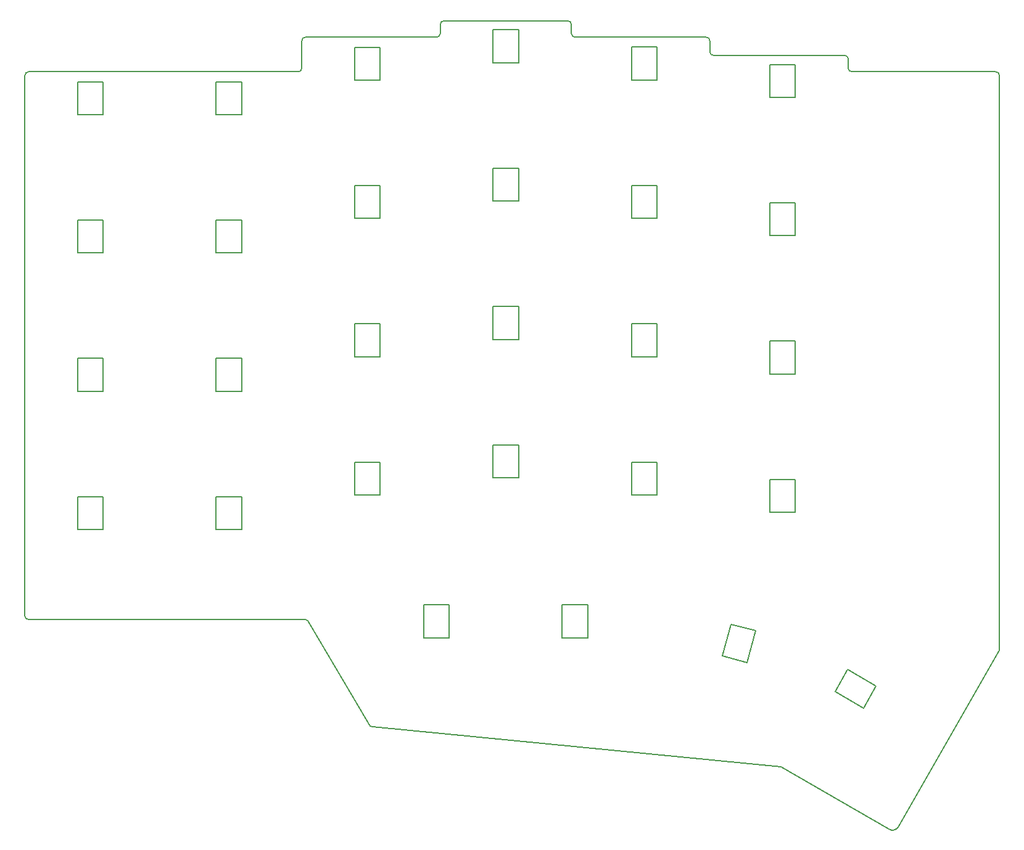
<source format=gbr>
G04 #@! TF.GenerationSoftware,KiCad,Pcbnew,(5.0.0-3-g5ebb6b6)*
G04 #@! TF.CreationDate,2018-11-12T21:10:46+01:00*
G04 #@! TF.ProjectId,corne-classic,636F726E652D636C61737369632E6B69,1.1*
G04 #@! TF.SameCoordinates,Original*
G04 #@! TF.FileFunction,Profile,NP*
%FSLAX46Y46*%
G04 Gerber Fmt 4.6, Leading zero omitted, Abs format (unit mm)*
G04 Created by KiCad (PCBNEW (5.0.0-3-g5ebb6b6)) date 2018 November 12, Monday 21:10:46*
%MOMM*%
%LPD*%
G01*
G04 APERTURE LIST*
%ADD10C,0.150000*%
G04 APERTURE END LIST*
D10*
X176070000Y-136390000D02*
X172180000Y-134140000D01*
X177830000Y-133360000D02*
X176070000Y-136390000D01*
X173930000Y-131110000D02*
X177830000Y-133360000D01*
X172180000Y-134140000D02*
X173930000Y-131110000D01*
X156720000Y-129220000D02*
X157890000Y-124870000D01*
X160110000Y-130130000D02*
X156720000Y-129220000D01*
X161280000Y-125780000D02*
X160110000Y-130130000D01*
X157890000Y-124870000D02*
X161280000Y-125780000D01*
X134750000Y-126750000D02*
X138250000Y-126750000D01*
X138250000Y-122240000D02*
X134750000Y-122240000D01*
X138250000Y-126750000D02*
X138250000Y-122240000D01*
X134750000Y-122240000D02*
X134750000Y-126750000D01*
X115750000Y-126750000D02*
X119250000Y-126750000D01*
X115750000Y-122240000D02*
X115750000Y-126750000D01*
X119250000Y-122240000D02*
X115750000Y-122240000D01*
X119250000Y-126750000D02*
X119250000Y-122240000D01*
X163250000Y-109500000D02*
X166750000Y-109500000D01*
X163250000Y-104990000D02*
X163250000Y-109500000D01*
X166750000Y-109500000D02*
X166750000Y-104990000D01*
X166750000Y-104990000D02*
X163250000Y-104990000D01*
X144250000Y-107120000D02*
X147750000Y-107120000D01*
X147750000Y-107120000D02*
X147750000Y-102610000D01*
X147750000Y-102610000D02*
X144250000Y-102610000D01*
X144250000Y-102610000D02*
X144250000Y-107120000D01*
X128750000Y-100240000D02*
X125250000Y-100240000D01*
X128750000Y-104750000D02*
X128750000Y-100240000D01*
X125250000Y-104750000D02*
X128750000Y-104750000D01*
X125250000Y-100240000D02*
X125250000Y-104750000D01*
X109750000Y-107130000D02*
X109750000Y-102620000D01*
X106250000Y-107130000D02*
X109750000Y-107130000D01*
X106250000Y-102620000D02*
X106250000Y-107130000D01*
X109750000Y-102620000D02*
X106250000Y-102620000D01*
X90750000Y-107370000D02*
X87250000Y-107370000D01*
X90750000Y-111880000D02*
X90750000Y-107370000D01*
X87250000Y-107370000D02*
X87250000Y-111880000D01*
X87250000Y-111880000D02*
X90750000Y-111880000D01*
X71750000Y-107370000D02*
X68250000Y-107370000D01*
X71750000Y-111880000D02*
X71750000Y-107370000D01*
X68250000Y-107370000D02*
X68250000Y-111880000D01*
X68250000Y-111880000D02*
X71750000Y-111880000D01*
X166750000Y-85990000D02*
X163250000Y-85990000D01*
X166750000Y-90500000D02*
X166750000Y-85990000D01*
X163250000Y-90500000D02*
X166750000Y-90500000D01*
X163250000Y-85990000D02*
X163250000Y-90500000D01*
X144250000Y-88130000D02*
X147750000Y-88130000D01*
X144250000Y-83620000D02*
X144250000Y-88130000D01*
X147750000Y-88130000D02*
X147750000Y-83620000D01*
X147750000Y-83620000D02*
X144250000Y-83620000D01*
X128750000Y-81240000D02*
X125250000Y-81240000D01*
X128750000Y-85750000D02*
X128750000Y-81240000D01*
X125250000Y-81240000D02*
X125250000Y-85750000D01*
X125250000Y-85750000D02*
X128750000Y-85750000D01*
X106250000Y-83610000D02*
X106250000Y-88120000D01*
X109750000Y-88120000D02*
X109750000Y-83610000D01*
X106250000Y-88120000D02*
X109750000Y-88120000D01*
X109750000Y-83610000D02*
X106250000Y-83610000D01*
X90750000Y-92880000D02*
X90750000Y-88370000D01*
X87250000Y-92880000D02*
X90750000Y-92880000D01*
X90750000Y-88370000D02*
X87250000Y-88370000D01*
X87250000Y-88370000D02*
X87250000Y-92880000D01*
X68250000Y-88370000D02*
X68250000Y-92880000D01*
X71750000Y-92880000D02*
X71750000Y-88370000D01*
X71750000Y-88370000D02*
X68250000Y-88370000D01*
X68250000Y-92880000D02*
X71750000Y-92880000D01*
X163250000Y-66990000D02*
X163250000Y-71500000D01*
X166750000Y-71500000D02*
X166750000Y-66990000D01*
X166750000Y-66990000D02*
X163250000Y-66990000D01*
X163250000Y-71500000D02*
X166750000Y-71500000D01*
X144250000Y-64610000D02*
X144250000Y-69120000D01*
X147750000Y-69120000D02*
X147750000Y-64610000D01*
X147750000Y-64610000D02*
X144250000Y-64610000D01*
X144250000Y-69120000D02*
X147750000Y-69120000D01*
X125250000Y-62240000D02*
X125250000Y-66750000D01*
X128750000Y-66750000D02*
X128750000Y-62240000D01*
X128750000Y-62240000D02*
X125250000Y-62240000D01*
X125250000Y-66750000D02*
X128750000Y-66750000D01*
X106250000Y-64610000D02*
X106250000Y-69120000D01*
X109750000Y-69120000D02*
X109750000Y-64610000D01*
X109750000Y-64610000D02*
X106250000Y-64610000D01*
X106250000Y-69120000D02*
X109750000Y-69120000D01*
X87250000Y-69360000D02*
X87250000Y-73870000D01*
X90750000Y-73870000D02*
X90750000Y-69360000D01*
X90750000Y-69360000D02*
X87250000Y-69360000D01*
X87250000Y-73870000D02*
X90750000Y-73870000D01*
X68250000Y-69360000D02*
X68250000Y-73870000D01*
X71750000Y-73870000D02*
X71750000Y-69360000D01*
X71750000Y-69360000D02*
X68250000Y-69360000D01*
X68250000Y-73870000D02*
X71750000Y-73870000D01*
X163250000Y-47990000D02*
X163250000Y-52500000D01*
X166750000Y-52500000D02*
X166750000Y-47990000D01*
X166750000Y-47990000D02*
X163250000Y-47990000D01*
X163250000Y-52500000D02*
X166750000Y-52500000D01*
X144250000Y-45610000D02*
X144250000Y-50120000D01*
X147750000Y-50120000D02*
X147750000Y-45610000D01*
X147750000Y-45610000D02*
X144250000Y-45610000D01*
X144250000Y-50120000D02*
X147750000Y-50120000D01*
X125250000Y-43240000D02*
X125250000Y-47750000D01*
X128750000Y-47750000D02*
X128750000Y-43240000D01*
X128750000Y-43240000D02*
X125250000Y-43240000D01*
X125250000Y-47750000D02*
X128750000Y-47750000D01*
X106250000Y-45620000D02*
X106250000Y-50130000D01*
X109750000Y-50130000D02*
X109750000Y-45620000D01*
X109750000Y-45620000D02*
X106250000Y-45620000D01*
X106250000Y-50130000D02*
X109750000Y-50130000D01*
X87250000Y-50380000D02*
X87250000Y-54890000D01*
X90750000Y-54890000D02*
X90750000Y-50380000D01*
X90750000Y-50370000D02*
X87250000Y-50370000D01*
X87250000Y-54890000D02*
X90750000Y-54890000D01*
X71750000Y-50370000D02*
X68250000Y-50370000D01*
X71750000Y-54880000D02*
X71750000Y-50370000D01*
X68250000Y-54880000D02*
X71750000Y-54880000D01*
X68250000Y-50370000D02*
X68250000Y-54880000D01*
X174500000Y-49000000D02*
G75*
G02X174000000Y-48500000I0J500000D01*
G01*
X173500000Y-46750000D02*
G75*
G02X174000000Y-47250000I0J-500000D01*
G01*
X155500000Y-46750000D02*
G75*
G02X155000000Y-46250000I0J500000D01*
G01*
X154500000Y-44250000D02*
G75*
G02X155000000Y-44750000I0J-500000D01*
G01*
X136500000Y-44250000D02*
G75*
G02X136000000Y-43750000I0J500000D01*
G01*
X135500000Y-42000000D02*
G75*
G02X136000000Y-42500000I0J-500000D01*
G01*
X118000000Y-42500000D02*
G75*
G02X118500000Y-42000000I500000J0D01*
G01*
X118000000Y-43750000D02*
G75*
G02X117500000Y-44250000I-500000J0D01*
G01*
X99000000Y-44750000D02*
G75*
G02X99500000Y-44250000I500000J0D01*
G01*
X99000000Y-48500000D02*
G75*
G02X98500000Y-49000000I-500000J0D01*
G01*
X61000000Y-49500000D02*
G75*
G02X61500000Y-49000000I500000J0D01*
G01*
X61500000Y-124250000D02*
G75*
G02X61000000Y-123750000I0J500000D01*
G01*
X99509449Y-124247347D02*
G75*
G02X99850000Y-124400000I10551J-432653D01*
G01*
X180826381Y-152757603D02*
G75*
G02X179590000Y-153040000I-766381J507603D01*
G01*
X108748946Y-138999912D02*
G75*
G02X108400000Y-138850000I51054J599912D01*
G01*
X194241401Y-48999073D02*
G75*
G02X194750000Y-49500000I8599J-499927D01*
G01*
X61500000Y-49000000D02*
X98500000Y-49000000D01*
X99000000Y-44750000D02*
X99000000Y-48500000D01*
X117500000Y-44250000D02*
X99500000Y-44250000D01*
X118000000Y-42500000D02*
X118000000Y-43750000D01*
X135500000Y-42000000D02*
X118500000Y-42000000D01*
X136000000Y-43750000D02*
X136000000Y-42500000D01*
X154500000Y-44250000D02*
X136500000Y-44250000D01*
X155000000Y-46250000D02*
X155000000Y-44750000D01*
X173500000Y-46750000D02*
X155500000Y-46750000D01*
X174000000Y-47250000D02*
X174000000Y-48500000D01*
X194250000Y-49000000D02*
X174500000Y-49000000D01*
X194750000Y-49500000D02*
X194750000Y-128500000D01*
X180840000Y-152740000D02*
X194750000Y-128500000D01*
X164750000Y-144500000D02*
X179570000Y-153030000D01*
X108750000Y-139000000D02*
X164750000Y-144500000D01*
X99850000Y-124400000D02*
X108400000Y-138850000D01*
X99500000Y-124250000D02*
X61500000Y-124250000D01*
X61000000Y-49500000D02*
X61000000Y-123750000D01*
M02*

</source>
